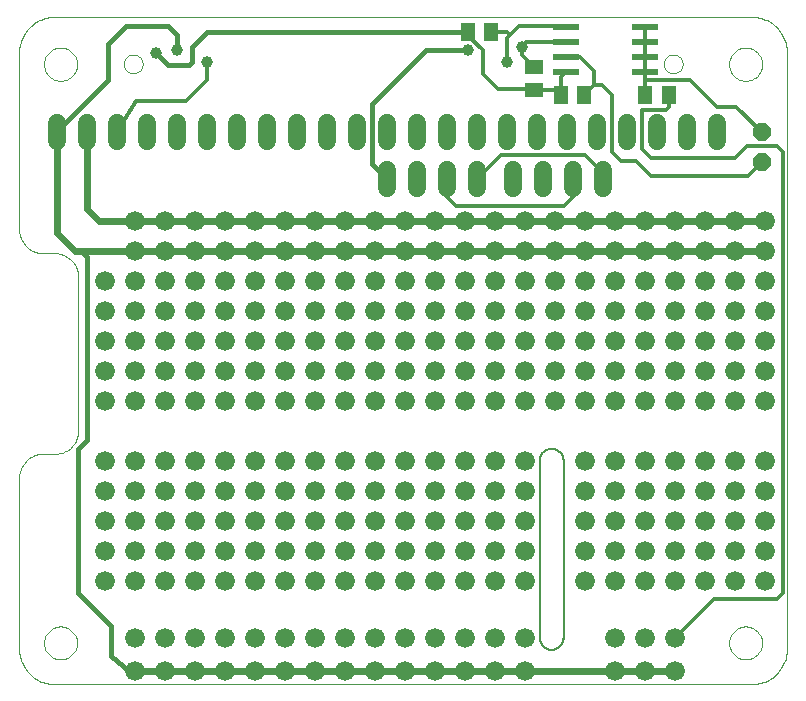
<source format=gtl>
G75*
%MOIN*%
%OFA0B0*%
%FSLAX24Y24*%
%IPPOS*%
%LPD*%
%AMOC8*
5,1,8,0,0,1.08239X$1,22.5*
%
%ADD10C,0.0060*%
%ADD11R,0.0866X0.0236*%
%ADD12R,0.0630X0.0512*%
%ADD13R,0.0512X0.0630*%
%ADD14OC8,0.0600*%
%ADD15C,0.0600*%
%ADD16C,0.0000*%
%ADD17C,0.0660*%
%ADD18C,0.0240*%
%ADD19C,0.0160*%
%ADD20C,0.0396*%
%ADD21C,0.0120*%
D10*
X017450Y001800D02*
X017450Y007700D01*
X017452Y007739D01*
X017458Y007778D01*
X017467Y007816D01*
X017480Y007853D01*
X017497Y007889D01*
X017517Y007922D01*
X017541Y007954D01*
X017567Y007983D01*
X017596Y008009D01*
X017628Y008033D01*
X017661Y008053D01*
X017697Y008070D01*
X017734Y008083D01*
X017772Y008092D01*
X017811Y008098D01*
X017850Y008100D01*
X017889Y008098D01*
X017928Y008092D01*
X017966Y008083D01*
X018003Y008070D01*
X018039Y008053D01*
X018072Y008033D01*
X018104Y008009D01*
X018133Y007983D01*
X018159Y007954D01*
X018183Y007922D01*
X018203Y007889D01*
X018220Y007853D01*
X018233Y007816D01*
X018242Y007778D01*
X018248Y007739D01*
X018250Y007700D01*
X018250Y001800D01*
X018248Y001761D01*
X018242Y001722D01*
X018233Y001684D01*
X018220Y001647D01*
X018203Y001611D01*
X018183Y001578D01*
X018159Y001546D01*
X018133Y001517D01*
X018104Y001491D01*
X018072Y001467D01*
X018039Y001447D01*
X018003Y001430D01*
X017966Y001417D01*
X017928Y001408D01*
X017889Y001402D01*
X017850Y001400D01*
X017811Y001402D01*
X017772Y001408D01*
X017734Y001417D01*
X017697Y001430D01*
X017661Y001447D01*
X017628Y001467D01*
X017596Y001491D01*
X017567Y001517D01*
X017541Y001546D01*
X017517Y001578D01*
X017497Y001611D01*
X017480Y001647D01*
X017467Y001684D01*
X017458Y001722D01*
X017452Y001761D01*
X017450Y001800D01*
D11*
X018339Y020650D03*
X018339Y021150D03*
X018339Y021650D03*
X018339Y022150D03*
X020961Y022150D03*
X020961Y021650D03*
X020961Y021150D03*
X020961Y020650D03*
D12*
X017250Y020824D03*
X017250Y020076D03*
D13*
X018176Y019900D03*
X018924Y019900D03*
X020956Y019900D03*
X021744Y019900D03*
X015824Y022000D03*
X015076Y022000D03*
D14*
X024850Y018650D03*
X024850Y017650D03*
D15*
X023350Y018350D02*
X023350Y018950D01*
X022350Y018950D02*
X022350Y018350D01*
X021350Y018350D02*
X021350Y018950D01*
X020350Y018950D02*
X020350Y018350D01*
X019350Y018350D02*
X019350Y018950D01*
X018350Y018950D02*
X018350Y018350D01*
X018550Y017400D02*
X018550Y016800D01*
X017550Y016800D02*
X017550Y017400D01*
X017350Y018350D02*
X017350Y018950D01*
X016350Y018950D02*
X016350Y018350D01*
X016550Y017400D02*
X016550Y016800D01*
X015350Y016800D02*
X015350Y017400D01*
X015350Y018350D02*
X015350Y018950D01*
X014350Y018950D02*
X014350Y018350D01*
X014350Y017400D02*
X014350Y016800D01*
X013350Y016800D02*
X013350Y017400D01*
X013350Y018350D02*
X013350Y018950D01*
X012350Y018950D02*
X012350Y018350D01*
X011350Y018350D02*
X011350Y018950D01*
X010350Y018950D02*
X010350Y018350D01*
X009350Y018350D02*
X009350Y018950D01*
X008350Y018950D02*
X008350Y018350D01*
X007350Y018350D02*
X007350Y018950D01*
X006350Y018950D02*
X006350Y018350D01*
X005350Y018350D02*
X005350Y018950D01*
X004350Y018950D02*
X004350Y018350D01*
X003350Y018350D02*
X003350Y018950D01*
X002350Y018950D02*
X002350Y018350D01*
X001350Y018350D02*
X001350Y018950D01*
X012350Y017400D02*
X012350Y016800D01*
X019550Y016800D02*
X019550Y017400D01*
D16*
X024509Y000250D02*
X001281Y000250D01*
X001215Y000252D01*
X001149Y000257D01*
X001083Y000267D01*
X001018Y000280D01*
X000954Y000296D01*
X000891Y000316D01*
X000829Y000340D01*
X000769Y000367D01*
X000710Y000397D01*
X000653Y000431D01*
X000598Y000468D01*
X000545Y000508D01*
X000494Y000550D01*
X000446Y000596D01*
X000400Y000644D01*
X000358Y000695D01*
X000318Y000748D01*
X000281Y000803D01*
X000247Y000860D01*
X000217Y000919D01*
X000190Y000979D01*
X000166Y001041D01*
X000146Y001104D01*
X000130Y001168D01*
X000117Y001233D01*
X000107Y001299D01*
X000102Y001365D01*
X000100Y001431D01*
X000100Y007140D01*
X000102Y007194D01*
X000107Y007247D01*
X000116Y007300D01*
X000129Y007352D01*
X000145Y007404D01*
X000165Y007454D01*
X000188Y007502D01*
X000215Y007549D01*
X000244Y007594D01*
X000277Y007637D01*
X000312Y007677D01*
X000350Y007715D01*
X000390Y007750D01*
X000433Y007783D01*
X000478Y007812D01*
X000525Y007839D01*
X000573Y007862D01*
X000623Y007882D01*
X000675Y007898D01*
X000727Y007911D01*
X000780Y007920D01*
X000833Y007925D01*
X000887Y007927D01*
X001281Y007927D01*
X001281Y007928D02*
X001335Y007930D01*
X001388Y007935D01*
X001441Y007944D01*
X001493Y007957D01*
X001545Y007973D01*
X001595Y007993D01*
X001643Y008016D01*
X001690Y008043D01*
X001735Y008072D01*
X001778Y008105D01*
X001818Y008140D01*
X001856Y008178D01*
X001891Y008218D01*
X001924Y008261D01*
X001953Y008306D01*
X001980Y008353D01*
X002003Y008401D01*
X002023Y008451D01*
X002039Y008503D01*
X002052Y008555D01*
X002061Y008608D01*
X002066Y008661D01*
X002068Y008715D01*
X002069Y008715D02*
X002069Y013833D01*
X002068Y013833D02*
X002066Y013887D01*
X002061Y013940D01*
X002052Y013993D01*
X002039Y014045D01*
X002023Y014097D01*
X002003Y014147D01*
X001980Y014195D01*
X001953Y014242D01*
X001924Y014287D01*
X001891Y014330D01*
X001856Y014370D01*
X001818Y014408D01*
X001778Y014443D01*
X001735Y014476D01*
X001690Y014505D01*
X001643Y014532D01*
X001595Y014555D01*
X001545Y014575D01*
X001493Y014591D01*
X001441Y014604D01*
X001388Y014613D01*
X001335Y014618D01*
X001281Y014620D01*
X000887Y014620D01*
X000833Y014622D01*
X000780Y014627D01*
X000727Y014636D01*
X000675Y014649D01*
X000623Y014665D01*
X000573Y014685D01*
X000525Y014708D01*
X000478Y014735D01*
X000433Y014764D01*
X000390Y014797D01*
X000350Y014832D01*
X000312Y014870D01*
X000277Y014910D01*
X000244Y014953D01*
X000215Y014998D01*
X000188Y015045D01*
X000165Y015093D01*
X000145Y015143D01*
X000129Y015195D01*
X000116Y015247D01*
X000107Y015300D01*
X000102Y015353D01*
X000100Y015407D01*
X000100Y021316D01*
X000102Y021382D01*
X000107Y021448D01*
X000117Y021514D01*
X000130Y021579D01*
X000146Y021643D01*
X000166Y021706D01*
X000190Y021768D01*
X000217Y021828D01*
X000247Y021887D01*
X000281Y021944D01*
X000318Y021999D01*
X000358Y022052D01*
X000400Y022103D01*
X000446Y022151D01*
X000494Y022197D01*
X000545Y022239D01*
X000598Y022279D01*
X000653Y022316D01*
X000710Y022350D01*
X000769Y022380D01*
X000829Y022407D01*
X000891Y022431D01*
X000954Y022451D01*
X001018Y022467D01*
X001083Y022480D01*
X001149Y022490D01*
X001215Y022495D01*
X001281Y022497D01*
X024509Y022497D01*
X024575Y022495D01*
X024641Y022490D01*
X024707Y022480D01*
X024772Y022467D01*
X024836Y022451D01*
X024899Y022431D01*
X024961Y022407D01*
X025021Y022380D01*
X025080Y022350D01*
X025137Y022316D01*
X025192Y022279D01*
X025245Y022239D01*
X025296Y022197D01*
X025344Y022151D01*
X025390Y022103D01*
X025432Y022052D01*
X025472Y021999D01*
X025509Y021944D01*
X025543Y021887D01*
X025573Y021828D01*
X025600Y021768D01*
X025624Y021706D01*
X025644Y021643D01*
X025660Y021579D01*
X025673Y021514D01*
X025683Y021448D01*
X025688Y021382D01*
X025690Y021316D01*
X025691Y021316D02*
X025691Y001431D01*
X025690Y001431D02*
X025688Y001365D01*
X025683Y001299D01*
X025673Y001233D01*
X025660Y001168D01*
X025644Y001104D01*
X025624Y001041D01*
X025600Y000979D01*
X025573Y000919D01*
X025543Y000860D01*
X025509Y000803D01*
X025472Y000748D01*
X025432Y000695D01*
X025390Y000644D01*
X025344Y000596D01*
X025296Y000550D01*
X025245Y000508D01*
X025192Y000468D01*
X025137Y000431D01*
X025080Y000397D01*
X025021Y000367D01*
X024961Y000340D01*
X024899Y000316D01*
X024836Y000296D01*
X024772Y000280D01*
X024707Y000267D01*
X024641Y000257D01*
X024575Y000252D01*
X024509Y000250D01*
X023762Y001628D02*
X023764Y001675D01*
X023770Y001721D01*
X023780Y001767D01*
X023793Y001812D01*
X023811Y001855D01*
X023832Y001897D01*
X023856Y001937D01*
X023884Y001974D01*
X023915Y002009D01*
X023949Y002042D01*
X023985Y002071D01*
X024024Y002097D01*
X024065Y002120D01*
X024108Y002139D01*
X024152Y002155D01*
X024197Y002167D01*
X024243Y002175D01*
X024290Y002179D01*
X024336Y002179D01*
X024383Y002175D01*
X024429Y002167D01*
X024474Y002155D01*
X024518Y002139D01*
X024561Y002120D01*
X024602Y002097D01*
X024641Y002071D01*
X024677Y002042D01*
X024711Y002009D01*
X024742Y001974D01*
X024770Y001937D01*
X024794Y001897D01*
X024815Y001855D01*
X024833Y001812D01*
X024846Y001767D01*
X024856Y001721D01*
X024862Y001675D01*
X024864Y001628D01*
X024862Y001581D01*
X024856Y001535D01*
X024846Y001489D01*
X024833Y001444D01*
X024815Y001401D01*
X024794Y001359D01*
X024770Y001319D01*
X024742Y001282D01*
X024711Y001247D01*
X024677Y001214D01*
X024641Y001185D01*
X024602Y001159D01*
X024561Y001136D01*
X024518Y001117D01*
X024474Y001101D01*
X024429Y001089D01*
X024383Y001081D01*
X024336Y001077D01*
X024290Y001077D01*
X024243Y001081D01*
X024197Y001089D01*
X024152Y001101D01*
X024108Y001117D01*
X024065Y001136D01*
X024024Y001159D01*
X023985Y001185D01*
X023949Y001214D01*
X023915Y001247D01*
X023884Y001282D01*
X023856Y001319D01*
X023832Y001359D01*
X023811Y001401D01*
X023793Y001444D01*
X023780Y001489D01*
X023770Y001535D01*
X023764Y001581D01*
X023762Y001628D01*
X018210Y001825D02*
X018210Y007730D01*
X017817Y008124D02*
X017778Y008122D01*
X017740Y008116D01*
X017703Y008107D01*
X017666Y008094D01*
X017631Y008077D01*
X017598Y008058D01*
X017567Y008035D01*
X017538Y008009D01*
X017512Y007980D01*
X017489Y007949D01*
X017470Y007916D01*
X017453Y007881D01*
X017440Y007844D01*
X017431Y007807D01*
X017425Y007769D01*
X017423Y007730D01*
X017423Y001825D01*
X017817Y001431D02*
X017856Y001433D01*
X017894Y001439D01*
X017931Y001448D01*
X017968Y001461D01*
X018003Y001478D01*
X018036Y001497D01*
X018067Y001520D01*
X018096Y001546D01*
X018122Y001575D01*
X018145Y001606D01*
X018164Y001639D01*
X018181Y001674D01*
X018194Y001711D01*
X018203Y001748D01*
X018209Y001786D01*
X018211Y001825D01*
X017817Y001431D02*
X017778Y001433D01*
X017740Y001439D01*
X017703Y001448D01*
X017666Y001461D01*
X017631Y001478D01*
X017598Y001497D01*
X017567Y001520D01*
X017538Y001546D01*
X017512Y001575D01*
X017489Y001606D01*
X017470Y001639D01*
X017453Y001674D01*
X017440Y001711D01*
X017431Y001748D01*
X017425Y001786D01*
X017423Y001825D01*
X018211Y007730D02*
X018209Y007769D01*
X018203Y007807D01*
X018194Y007844D01*
X018181Y007881D01*
X018164Y007916D01*
X018145Y007949D01*
X018122Y007980D01*
X018096Y008009D01*
X018067Y008035D01*
X018036Y008058D01*
X018003Y008077D01*
X017968Y008094D01*
X017931Y008107D01*
X017894Y008116D01*
X017856Y008122D01*
X017817Y008124D01*
X021585Y020928D02*
X021587Y020963D01*
X021593Y020998D01*
X021603Y021032D01*
X021616Y021065D01*
X021633Y021096D01*
X021654Y021124D01*
X021677Y021151D01*
X021704Y021174D01*
X021732Y021195D01*
X021763Y021212D01*
X021796Y021225D01*
X021830Y021235D01*
X021865Y021241D01*
X021900Y021243D01*
X021935Y021241D01*
X021970Y021235D01*
X022004Y021225D01*
X022037Y021212D01*
X022068Y021195D01*
X022096Y021174D01*
X022123Y021151D01*
X022146Y021124D01*
X022167Y021096D01*
X022184Y021065D01*
X022197Y021032D01*
X022207Y020998D01*
X022213Y020963D01*
X022215Y020928D01*
X022213Y020893D01*
X022207Y020858D01*
X022197Y020824D01*
X022184Y020791D01*
X022167Y020760D01*
X022146Y020732D01*
X022123Y020705D01*
X022096Y020682D01*
X022068Y020661D01*
X022037Y020644D01*
X022004Y020631D01*
X021970Y020621D01*
X021935Y020615D01*
X021900Y020613D01*
X021865Y020615D01*
X021830Y020621D01*
X021796Y020631D01*
X021763Y020644D01*
X021732Y020661D01*
X021704Y020682D01*
X021677Y020705D01*
X021654Y020732D01*
X021633Y020760D01*
X021616Y020791D01*
X021603Y020824D01*
X021593Y020858D01*
X021587Y020893D01*
X021585Y020928D01*
X023762Y020919D02*
X023764Y020966D01*
X023770Y021012D01*
X023780Y021058D01*
X023793Y021103D01*
X023811Y021146D01*
X023832Y021188D01*
X023856Y021228D01*
X023884Y021265D01*
X023915Y021300D01*
X023949Y021333D01*
X023985Y021362D01*
X024024Y021388D01*
X024065Y021411D01*
X024108Y021430D01*
X024152Y021446D01*
X024197Y021458D01*
X024243Y021466D01*
X024290Y021470D01*
X024336Y021470D01*
X024383Y021466D01*
X024429Y021458D01*
X024474Y021446D01*
X024518Y021430D01*
X024561Y021411D01*
X024602Y021388D01*
X024641Y021362D01*
X024677Y021333D01*
X024711Y021300D01*
X024742Y021265D01*
X024770Y021228D01*
X024794Y021188D01*
X024815Y021146D01*
X024833Y021103D01*
X024846Y021058D01*
X024856Y021012D01*
X024862Y020966D01*
X024864Y020919D01*
X024862Y020872D01*
X024856Y020826D01*
X024846Y020780D01*
X024833Y020735D01*
X024815Y020692D01*
X024794Y020650D01*
X024770Y020610D01*
X024742Y020573D01*
X024711Y020538D01*
X024677Y020505D01*
X024641Y020476D01*
X024602Y020450D01*
X024561Y020427D01*
X024518Y020408D01*
X024474Y020392D01*
X024429Y020380D01*
X024383Y020372D01*
X024336Y020368D01*
X024290Y020368D01*
X024243Y020372D01*
X024197Y020380D01*
X024152Y020392D01*
X024108Y020408D01*
X024065Y020427D01*
X024024Y020450D01*
X023985Y020476D01*
X023949Y020505D01*
X023915Y020538D01*
X023884Y020573D01*
X023856Y020610D01*
X023832Y020650D01*
X023811Y020692D01*
X023793Y020735D01*
X023780Y020780D01*
X023770Y020826D01*
X023764Y020872D01*
X023762Y020919D01*
X003585Y020928D02*
X003587Y020963D01*
X003593Y020998D01*
X003603Y021032D01*
X003616Y021065D01*
X003633Y021096D01*
X003654Y021124D01*
X003677Y021151D01*
X003704Y021174D01*
X003732Y021195D01*
X003763Y021212D01*
X003796Y021225D01*
X003830Y021235D01*
X003865Y021241D01*
X003900Y021243D01*
X003935Y021241D01*
X003970Y021235D01*
X004004Y021225D01*
X004037Y021212D01*
X004068Y021195D01*
X004096Y021174D01*
X004123Y021151D01*
X004146Y021124D01*
X004167Y021096D01*
X004184Y021065D01*
X004197Y021032D01*
X004207Y020998D01*
X004213Y020963D01*
X004215Y020928D01*
X004213Y020893D01*
X004207Y020858D01*
X004197Y020824D01*
X004184Y020791D01*
X004167Y020760D01*
X004146Y020732D01*
X004123Y020705D01*
X004096Y020682D01*
X004068Y020661D01*
X004037Y020644D01*
X004004Y020631D01*
X003970Y020621D01*
X003935Y020615D01*
X003900Y020613D01*
X003865Y020615D01*
X003830Y020621D01*
X003796Y020631D01*
X003763Y020644D01*
X003732Y020661D01*
X003704Y020682D01*
X003677Y020705D01*
X003654Y020732D01*
X003633Y020760D01*
X003616Y020791D01*
X003603Y020824D01*
X003593Y020858D01*
X003587Y020893D01*
X003585Y020928D01*
X000927Y020919D02*
X000929Y020966D01*
X000935Y021012D01*
X000945Y021058D01*
X000958Y021103D01*
X000976Y021146D01*
X000997Y021188D01*
X001021Y021228D01*
X001049Y021265D01*
X001080Y021300D01*
X001114Y021333D01*
X001150Y021362D01*
X001189Y021388D01*
X001230Y021411D01*
X001273Y021430D01*
X001317Y021446D01*
X001362Y021458D01*
X001408Y021466D01*
X001455Y021470D01*
X001501Y021470D01*
X001548Y021466D01*
X001594Y021458D01*
X001639Y021446D01*
X001683Y021430D01*
X001726Y021411D01*
X001767Y021388D01*
X001806Y021362D01*
X001842Y021333D01*
X001876Y021300D01*
X001907Y021265D01*
X001935Y021228D01*
X001959Y021188D01*
X001980Y021146D01*
X001998Y021103D01*
X002011Y021058D01*
X002021Y021012D01*
X002027Y020966D01*
X002029Y020919D01*
X002027Y020872D01*
X002021Y020826D01*
X002011Y020780D01*
X001998Y020735D01*
X001980Y020692D01*
X001959Y020650D01*
X001935Y020610D01*
X001907Y020573D01*
X001876Y020538D01*
X001842Y020505D01*
X001806Y020476D01*
X001767Y020450D01*
X001726Y020427D01*
X001683Y020408D01*
X001639Y020392D01*
X001594Y020380D01*
X001548Y020372D01*
X001501Y020368D01*
X001455Y020368D01*
X001408Y020372D01*
X001362Y020380D01*
X001317Y020392D01*
X001273Y020408D01*
X001230Y020427D01*
X001189Y020450D01*
X001150Y020476D01*
X001114Y020505D01*
X001080Y020538D01*
X001049Y020573D01*
X001021Y020610D01*
X000997Y020650D01*
X000976Y020692D01*
X000958Y020735D01*
X000945Y020780D01*
X000935Y020826D01*
X000929Y020872D01*
X000927Y020919D01*
X000927Y001628D02*
X000929Y001675D01*
X000935Y001721D01*
X000945Y001767D01*
X000958Y001812D01*
X000976Y001855D01*
X000997Y001897D01*
X001021Y001937D01*
X001049Y001974D01*
X001080Y002009D01*
X001114Y002042D01*
X001150Y002071D01*
X001189Y002097D01*
X001230Y002120D01*
X001273Y002139D01*
X001317Y002155D01*
X001362Y002167D01*
X001408Y002175D01*
X001455Y002179D01*
X001501Y002179D01*
X001548Y002175D01*
X001594Y002167D01*
X001639Y002155D01*
X001683Y002139D01*
X001726Y002120D01*
X001767Y002097D01*
X001806Y002071D01*
X001842Y002042D01*
X001876Y002009D01*
X001907Y001974D01*
X001935Y001937D01*
X001959Y001897D01*
X001980Y001855D01*
X001998Y001812D01*
X002011Y001767D01*
X002021Y001721D01*
X002027Y001675D01*
X002029Y001628D01*
X002027Y001581D01*
X002021Y001535D01*
X002011Y001489D01*
X001998Y001444D01*
X001980Y001401D01*
X001959Y001359D01*
X001935Y001319D01*
X001907Y001282D01*
X001876Y001247D01*
X001842Y001214D01*
X001806Y001185D01*
X001767Y001159D01*
X001726Y001136D01*
X001683Y001117D01*
X001639Y001101D01*
X001594Y001089D01*
X001548Y001081D01*
X001501Y001077D01*
X001455Y001077D01*
X001408Y001081D01*
X001362Y001089D01*
X001317Y001101D01*
X001273Y001117D01*
X001230Y001136D01*
X001189Y001159D01*
X001150Y001185D01*
X001114Y001214D01*
X001080Y001247D01*
X001049Y001282D01*
X001021Y001319D01*
X000997Y001359D01*
X000976Y001401D01*
X000958Y001444D01*
X000945Y001489D01*
X000935Y001535D01*
X000929Y001581D01*
X000927Y001628D01*
D17*
X002950Y003700D03*
X002950Y004700D03*
X003950Y004700D03*
X003950Y003700D03*
X004950Y003700D03*
X004950Y004700D03*
X005950Y004700D03*
X006950Y004700D03*
X006950Y003700D03*
X005950Y003700D03*
X007950Y003700D03*
X007950Y004700D03*
X008950Y004700D03*
X008950Y003700D03*
X009950Y003700D03*
X009950Y004700D03*
X010950Y004700D03*
X010950Y003700D03*
X011950Y003700D03*
X011950Y004700D03*
X012950Y004700D03*
X012950Y003700D03*
X013950Y003700D03*
X014950Y003700D03*
X014950Y004700D03*
X013950Y004700D03*
X013950Y005700D03*
X014950Y005700D03*
X014950Y006700D03*
X013950Y006700D03*
X012950Y006700D03*
X012950Y005700D03*
X011950Y005700D03*
X011950Y006700D03*
X010950Y006700D03*
X010950Y005700D03*
X009950Y005700D03*
X009950Y006700D03*
X008950Y006700D03*
X008950Y005700D03*
X007950Y005700D03*
X007950Y006700D03*
X006950Y006700D03*
X005950Y006700D03*
X005950Y005700D03*
X006950Y005700D03*
X004950Y005700D03*
X004950Y006700D03*
X003950Y006700D03*
X003950Y005700D03*
X002950Y005700D03*
X002950Y006700D03*
X002950Y007700D03*
X003950Y007700D03*
X004950Y007700D03*
X005950Y007700D03*
X006950Y007700D03*
X007950Y007700D03*
X008950Y007700D03*
X009950Y007700D03*
X010950Y007700D03*
X011950Y007700D03*
X012950Y007700D03*
X013950Y007700D03*
X014950Y007700D03*
X015950Y007700D03*
X016950Y007700D03*
X016950Y006700D03*
X016950Y005700D03*
X015950Y005700D03*
X015950Y006700D03*
X015950Y004700D03*
X015950Y003700D03*
X016950Y003700D03*
X016950Y004700D03*
X018950Y004700D03*
X018950Y003700D03*
X019950Y003700D03*
X019950Y004700D03*
X020950Y004700D03*
X020950Y003700D03*
X021950Y003700D03*
X022950Y003700D03*
X022950Y004700D03*
X021950Y004700D03*
X021950Y005700D03*
X022950Y005700D03*
X022950Y006700D03*
X021950Y006700D03*
X020950Y006700D03*
X020950Y005700D03*
X019950Y005700D03*
X019950Y006700D03*
X018950Y006700D03*
X018950Y005700D03*
X018950Y007700D03*
X019950Y007700D03*
X020950Y007700D03*
X021950Y007700D03*
X022950Y007700D03*
X023950Y007700D03*
X024950Y007700D03*
X024950Y006700D03*
X024950Y005700D03*
X023950Y005700D03*
X023950Y006700D03*
X023950Y004700D03*
X023950Y003700D03*
X024950Y003700D03*
X024950Y004700D03*
X021950Y001800D03*
X020950Y001800D03*
X019950Y001800D03*
X019950Y000700D03*
X020950Y000700D03*
X021950Y000700D03*
X016950Y000700D03*
X015950Y000700D03*
X014950Y000700D03*
X013950Y000700D03*
X012950Y000700D03*
X011950Y000700D03*
X010950Y000700D03*
X009950Y000700D03*
X008950Y000700D03*
X007950Y000700D03*
X006950Y000700D03*
X005950Y000700D03*
X004950Y000700D03*
X003950Y000700D03*
X003950Y001800D03*
X004950Y001800D03*
X005950Y001800D03*
X006950Y001800D03*
X007950Y001800D03*
X008950Y001800D03*
X009950Y001800D03*
X010950Y001800D03*
X011950Y001800D03*
X012950Y001800D03*
X013950Y001800D03*
X014950Y001800D03*
X015950Y001800D03*
X016950Y001800D03*
X016950Y009700D03*
X015950Y009700D03*
X014950Y009700D03*
X013950Y009700D03*
X012950Y009700D03*
X011950Y009700D03*
X010950Y009700D03*
X009950Y009700D03*
X008950Y009700D03*
X007950Y009700D03*
X006950Y009700D03*
X005950Y009700D03*
X004950Y009700D03*
X003950Y009700D03*
X002950Y009700D03*
X002950Y010700D03*
X002950Y011700D03*
X003950Y011700D03*
X003950Y010700D03*
X004950Y010700D03*
X004950Y011700D03*
X005950Y011700D03*
X006950Y011700D03*
X006950Y010700D03*
X005950Y010700D03*
X007950Y010700D03*
X007950Y011700D03*
X008950Y011700D03*
X008950Y010700D03*
X009950Y010700D03*
X009950Y011700D03*
X010950Y011700D03*
X010950Y010700D03*
X011950Y010700D03*
X011950Y011700D03*
X012950Y011700D03*
X012950Y010700D03*
X013950Y010700D03*
X014950Y010700D03*
X014950Y010700D03*
X014950Y011700D03*
X013950Y011700D03*
X013950Y012700D03*
X014950Y012700D03*
X014950Y013700D03*
X013950Y013700D03*
X012950Y013700D03*
X012950Y012700D03*
X011950Y012700D03*
X011950Y013700D03*
X010950Y013700D03*
X010950Y012700D03*
X009950Y012700D03*
X009950Y013700D03*
X008950Y013700D03*
X008950Y012700D03*
X007950Y012700D03*
X007950Y013700D03*
X006950Y013700D03*
X005950Y013700D03*
X005950Y012700D03*
X006950Y012700D03*
X004950Y012700D03*
X004950Y013700D03*
X003950Y013700D03*
X003950Y012700D03*
X002950Y012700D03*
X002950Y013700D03*
X003950Y014700D03*
X003950Y015700D03*
X004950Y015700D03*
X004950Y014700D03*
X005950Y014700D03*
X006950Y014700D03*
X006950Y015700D03*
X005950Y015700D03*
X007950Y015700D03*
X007950Y014700D03*
X008950Y014700D03*
X008950Y015700D03*
X009950Y015700D03*
X009950Y014700D03*
X010950Y014700D03*
X010950Y015700D03*
X011950Y015700D03*
X011950Y014700D03*
X012950Y014700D03*
X012950Y015700D03*
X013950Y015700D03*
X014950Y015700D03*
X014950Y014700D03*
X013950Y014700D03*
X015950Y014700D03*
X015950Y015700D03*
X016950Y015700D03*
X016950Y014700D03*
X017950Y014700D03*
X017950Y015700D03*
X018950Y015700D03*
X018950Y014700D03*
X019950Y014700D03*
X019950Y015700D03*
X020950Y015700D03*
X020950Y014700D03*
X021950Y014700D03*
X022950Y014700D03*
X022950Y015700D03*
X021950Y015700D03*
X023950Y015700D03*
X023950Y014700D03*
X023950Y014700D03*
X024950Y014700D03*
X024950Y015700D03*
X024950Y013700D03*
X024950Y012700D03*
X023950Y012700D03*
X023950Y013700D03*
X022950Y013700D03*
X021950Y013700D03*
X021950Y012700D03*
X022950Y012700D03*
X022950Y011700D03*
X021950Y011700D03*
X021950Y010700D03*
X022950Y010700D03*
X023950Y010700D03*
X023950Y011700D03*
X024950Y011700D03*
X024950Y010700D03*
X024950Y009700D03*
X023950Y009700D03*
X022950Y009700D03*
X021950Y009700D03*
X020950Y009700D03*
X019950Y009700D03*
X018950Y009700D03*
X017950Y009700D03*
X017950Y010700D03*
X017950Y011700D03*
X016950Y011700D03*
X016950Y010700D03*
X015950Y010700D03*
X015950Y011700D03*
X015950Y012700D03*
X015950Y013700D03*
X016950Y013700D03*
X016950Y012700D03*
X017950Y012700D03*
X017950Y013700D03*
X018950Y013700D03*
X018950Y012700D03*
X019950Y012700D03*
X019950Y013700D03*
X020950Y013700D03*
X020950Y012700D03*
X020950Y011700D03*
X020950Y010700D03*
X019950Y010700D03*
X019950Y011700D03*
X018950Y011700D03*
X018950Y010700D03*
D18*
X018950Y014700D02*
X017950Y014700D01*
X016950Y014700D01*
X015950Y014700D01*
X014950Y014700D01*
X013950Y014700D01*
X012950Y014700D01*
X011950Y014700D01*
X010950Y014700D01*
X009950Y014700D01*
X008950Y014700D01*
X007950Y014700D01*
X006950Y014700D01*
X005950Y014700D01*
X004950Y014700D01*
X003950Y014700D01*
X002150Y014700D01*
X001950Y014700D01*
X001350Y015300D01*
X001350Y018650D01*
X002350Y018650D02*
X002350Y016100D01*
X002750Y015700D01*
X003950Y015700D01*
X004950Y015700D01*
X005950Y015700D01*
X006950Y015700D01*
X007950Y015700D01*
X008950Y015700D01*
X009950Y015700D01*
X010950Y015700D01*
X011950Y015700D01*
X012950Y015700D01*
X013950Y015700D01*
X014950Y015700D01*
X015950Y015700D01*
X016950Y015700D01*
X017950Y015700D01*
X018950Y015700D01*
X019950Y015700D01*
X020950Y015700D01*
X021950Y015700D01*
X022950Y015700D01*
X023950Y015700D01*
X024950Y015700D01*
X024950Y014700D02*
X023950Y014700D01*
X022950Y014700D01*
X021950Y014700D01*
X020950Y014700D01*
X019950Y014700D01*
X018950Y014700D01*
X019950Y000700D02*
X014950Y000700D01*
X015950Y000700D01*
X016950Y000700D01*
X014950Y000700D02*
X013950Y000700D01*
X012950Y000700D01*
X011950Y000700D01*
X010950Y000700D01*
X009950Y000700D01*
X008950Y000700D01*
X007950Y000700D01*
X006950Y000700D01*
X005950Y000700D01*
X004950Y000700D01*
X003950Y000700D01*
X003750Y000700D01*
X019950Y000700D02*
X020950Y000700D01*
X021950Y000700D01*
D19*
X003750Y000700D02*
X003150Y001200D01*
X003150Y002200D01*
X002050Y003300D01*
X002050Y008100D01*
X002350Y008400D01*
X002350Y014500D01*
X002150Y014700D01*
X001350Y018650D02*
X001350Y018700D01*
X003050Y020400D01*
X003050Y021600D01*
X003650Y022200D01*
X005050Y022200D01*
X005350Y021900D01*
X005350Y021400D01*
X005850Y021500D02*
X005850Y021000D01*
X005750Y020900D01*
X005050Y020900D01*
X004650Y021300D01*
X005850Y021500D02*
X006350Y022000D01*
X015076Y022000D01*
X015050Y021400D02*
X013650Y021400D01*
X011850Y019600D01*
X011850Y017600D01*
X012350Y017100D01*
D20*
X016350Y021000D03*
X016850Y021500D03*
X015050Y021400D03*
X006350Y021000D03*
X005350Y021400D03*
X004650Y021300D03*
D21*
X006350Y021000D02*
X006350Y020400D01*
X005650Y019700D01*
X004000Y019700D01*
X003350Y018650D01*
X014350Y017100D02*
X014350Y016500D01*
X014650Y016200D01*
X018250Y016200D01*
X018550Y016500D01*
X018550Y017100D01*
X018950Y017900D02*
X019550Y017300D01*
X019550Y017100D01*
X020150Y017700D02*
X019850Y018000D01*
X019850Y019900D01*
X019524Y020226D01*
X019250Y020226D01*
X019250Y020700D01*
X018800Y021150D01*
X018339Y021150D01*
X018339Y020650D02*
X018176Y020487D01*
X018176Y019900D01*
X018000Y020076D01*
X017250Y020076D01*
X017226Y020100D01*
X016050Y020100D01*
X015550Y020600D01*
X015550Y021400D01*
X015076Y021874D01*
X015076Y022000D01*
X015824Y022000D02*
X016350Y022000D01*
X016450Y021900D01*
X016750Y022200D01*
X018289Y022200D01*
X018339Y022150D01*
X018339Y021650D02*
X017000Y021650D01*
X016850Y021500D01*
X016850Y021224D01*
X017250Y020824D01*
X016350Y021000D02*
X016350Y021800D01*
X016450Y021900D01*
X018924Y019900D02*
X019250Y020226D01*
X020850Y019400D02*
X020850Y018100D01*
X021150Y017800D01*
X023950Y017800D01*
X024350Y018200D01*
X025350Y018200D01*
X025550Y018000D01*
X025550Y003300D01*
X025350Y003100D01*
X023250Y003100D01*
X021950Y001800D01*
X015350Y017100D02*
X016150Y017900D01*
X018950Y017900D01*
X020150Y017700D02*
X020650Y017700D01*
X021150Y017200D01*
X024400Y017200D01*
X024850Y017650D01*
X024850Y018650D02*
X024000Y019500D01*
X023350Y019500D01*
X022450Y020400D01*
X020961Y020400D01*
X020961Y020650D01*
X020961Y019905D01*
X020956Y019900D01*
X020850Y019400D02*
X021650Y019400D01*
X021750Y019500D01*
X021750Y019894D01*
X021744Y019900D01*
X020961Y020650D02*
X020961Y021150D01*
X020961Y021650D01*
X020961Y022150D01*
M02*

</source>
